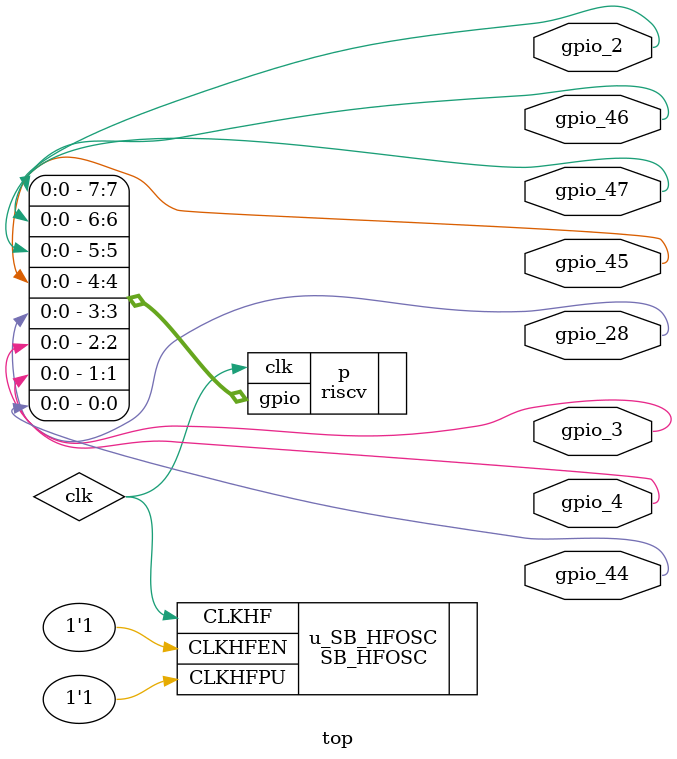
<source format=v>
module top (
  output wire gpio_2,
  output wire gpio_46,
  output wire gpio_47,
  output wire gpio_45,
  output wire gpio_28,
  output wire gpio_3,
  output wire gpio_4,
  output wire gpio_44
);
  wire clk;
  /* verilator lint_off PINMISSING */
  SB_HFOSC u_SB_HFOSC (.CLKHFPU(1'b1), .CLKHFEN(1'b1), .CLKHF(clk));

  riscv p (
    .clk(clk),
    .gpio({
      gpio_2,
      gpio_46,
      gpio_47,
      gpio_45,
      gpio_28,
      gpio_3,
      gpio_4,
      gpio_44
    })
  );
endmodule

</source>
